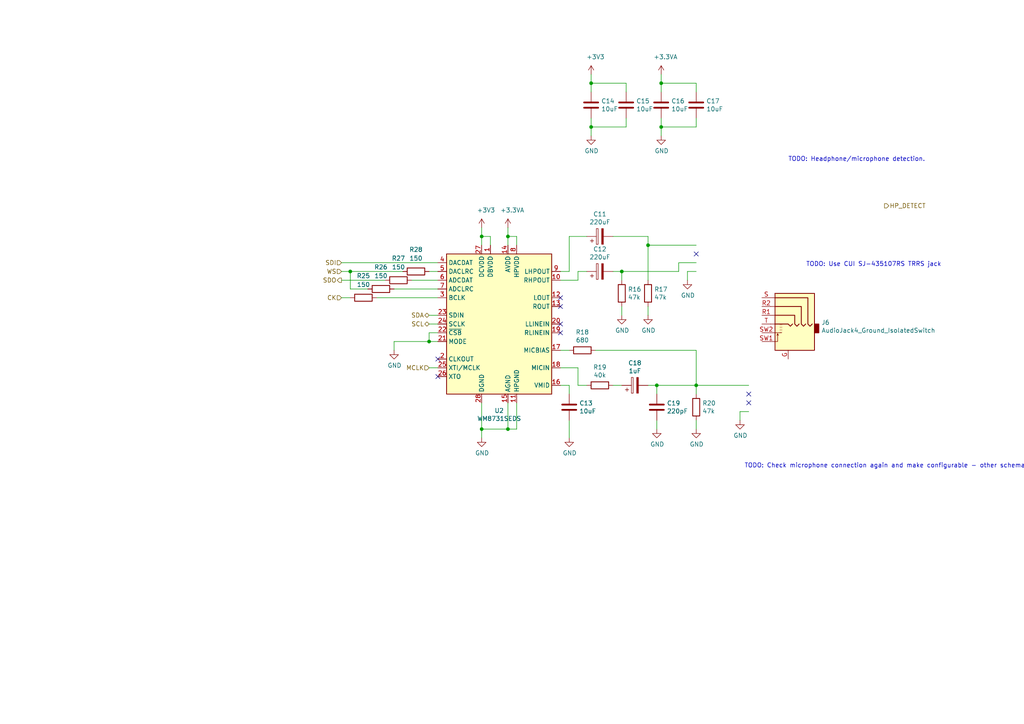
<source format=kicad_sch>
(kicad_sch (version 20201015) (generator eeschema)
  (page 1 7)
  (paper "A4")
  (lib_symbols
    (symbol "Audio:WM8731SEDS"
      (property "Reference" "U" (at -13.97 21.59 0))
      (property "Value" "WM8731SEDS" (at 0 5.08 0))
      (symbol "WM8731SEDS_0_1"
        (rectangle (start -15.24 20.32) (end 15.24 -20.32) (stroke (width 0.254)) (fill (type background)))
      )
      (symbol "WM8731SEDS_1_1"
        (pin power_in line (at -2.54 22.86 270) (length 2.54) (name "DBVDD") (number "1"))
        (pin output line (at 17.78 12.7 180) (length 2.54) (name "RHPOUT") (number "10"))
        (pin power_in line (at 5.08 -22.86 90) (length 2.54) (name "HPGND") (number "11"))
        (pin output line (at 17.78 7.62 180) (length 2.54) (name "LOUT") (number "12"))
        (pin output line (at 17.78 5.08 180) (length 2.54) (name "ROUT") (number "13"))
        (pin power_in line (at 2.54 22.86 270) (length 2.54) (name "AVDD") (number "14"))
        (pin power_in line (at 2.54 -22.86 90) (length 2.54) (name "AGND") (number "15"))
        (pin passive line (at 17.78 -17.78 180) (length 2.54) (name "VMID") (number "16"))
        (pin output line (at 17.78 -7.62 180) (length 2.54) (name "MICBIAS") (number "17"))
        (pin input line (at 17.78 -12.7 180) (length 2.54) (name "MICIN") (number "18"))
        (pin input line (at 17.78 -2.54 180) (length 2.54) (name "RLINEIN") (number "19"))
        (pin output line (at -17.78 -10.16 0) (length 2.54) (name "CLKOUT") (number "2"))
        (pin input line (at 17.78 0 180) (length 2.54) (name "LLINEIN") (number "20"))
        (pin input line (at -17.78 -5.08 0) (length 2.54) (name "MODE") (number "21"))
        (pin input line (at -17.78 -2.54 0) (length 2.54) (name "~CSB") (number "22"))
        (pin bidirectional line (at -17.78 2.54 0) (length 2.54) (name "SDIN") (number "23"))
        (pin input line (at -17.78 0 0) (length 2.54) (name "SCLK") (number "24"))
        (pin input line (at -17.78 -12.7 0) (length 2.54) (name "XTI/MCLK") (number "25"))
        (pin output line (at -17.78 -15.24 0) (length 2.54) (name "XTO") (number "26"))
        (pin power_in line (at -5.08 22.86 270) (length 2.54) (name "DCVDD") (number "27"))
        (pin power_in line (at -5.08 -22.86 90) (length 2.54) (name "DGND") (number "28"))
        (pin bidirectional line (at -17.78 7.62 0) (length 2.54) (name "BCLK") (number "3"))
        (pin input line (at -17.78 17.78 0) (length 2.54) (name "DACDAT") (number "4"))
        (pin bidirectional line (at -17.78 15.24 0) (length 2.54) (name "DACLRC") (number "5"))
        (pin output line (at -17.78 12.7 0) (length 2.54) (name "ADCDAT") (number "6"))
        (pin bidirectional line (at -17.78 10.16 0) (length 2.54) (name "ADCLRC") (number "7"))
        (pin power_in line (at 5.08 22.86 270) (length 2.54) (name "HPVDD") (number "8"))
        (pin output line (at 17.78 15.24 180) (length 2.54) (name "LHPOUT") (number "9"))
      )
    )
    (symbol "Device:C" (pin_numbers hide) (pin_names (offset 0.254))
      (property "Reference" "C" (at 0.635 2.54 0))
      (property "Value" "C" (at 0.635 -2.54 0))
      (symbol "C_0_1"
        (polyline (pts (xy -2.032 -0.762) (xy 2.032 -0.762)) (stroke (width 0.508)))
        (polyline (pts (xy -2.032 0.762) (xy 2.032 0.762)) (stroke (width 0.508)))
      )
      (symbol "C_1_1"
        (pin passive line (at 0 3.81 270) (length 2.794) (name "~") (number "1"))
        (pin passive line (at 0 -3.81 90) (length 2.794) (name "~") (number "2"))
      )
    )
    (symbol "Device:C_Polarized" (pin_numbers hide) (pin_names (offset 0.254))
      (property "Reference" "C" (at 0.635 2.54 0))
      (property "Value" "C_Polarized" (at 0.635 -2.54 0))
      (symbol "C_Polarized_0_1"
        (rectangle (start -2.286 0.508) (end 2.286 1.016))
        (rectangle (start 2.286 -0.508) (end -2.286 -1.016) (fill (type outline)))
        (polyline (pts (xy -1.778 2.286) (xy -0.762 2.286)))
        (polyline (pts (xy -1.27 2.794) (xy -1.27 1.778)))
      )
      (symbol "C_Polarized_1_1"
        (pin passive line (at 0 3.81 270) (length 2.794) (name "~") (number "1"))
        (pin passive line (at 0 -3.81 90) (length 2.794) (name "~") (number "2"))
      )
    )
    (symbol "Device:R" (pin_numbers hide) (pin_names (offset 0))
      (property "Reference" "R" (at 2.032 0 90))
      (property "Value" "R" (at 0 0 90))
      (symbol "R_0_1"
        (rectangle (start -1.016 -2.54) (end 1.016 2.54) (stroke (width 0.254)))
      )
      (symbol "R_1_1"
        (pin passive line (at 0 3.81 270) (length 1.27) (name "~") (number "1"))
        (pin passive line (at 0 -3.81 90) (length 1.27) (name "~") (number "2"))
      )
    )
    (symbol "HackAmp-Symbols:AudioJack4_Ground_IsolatedSwitch"
      (property "Reference" "J" (at 0 11.43 0))
      (property "Value" "AudioJack4_Ground_IsolatedSwitch" (at 0 8.89 0))
      (symbol "AudioJack4_Ground_IsolatedSwitch_0_1"
        (rectangle (start -7.62 -2.54) (end -8.89 -5.08) (stroke (width 0.254)) (fill (type outline)))
        (rectangle (start -7.62 6.35) (end 3.81 -10.16) (stroke (width 0.254)) (fill (type background)))
        (polyline (pts (xy 3.81 2.54) (xy 5.08 2.54)))
        (polyline (pts (xy 5.08 -2.54) (xy 3.81 -2.54)))
        (polyline (pts (xy 5.08 0) (xy 3.81 0)))
        (polyline (pts (xy 5.08 5.08) (xy 3.81 5.08)))
        (polyline (pts (xy 5.08 -5.08) (xy 1.905 -5.08)))
        (polyline (pts (xy 1.905 -5.08) (xy 1.905 -4.826)) (stroke (width 0.001)))
        (polyline (pts (xy 1.905 -2.921) (xy 1.905 -2.54)) (stroke (width 0.001)))
        (polyline (pts (xy 1.905 -4.445) (xy 1.905 -4.064)) (stroke (width 0.001)))
        (polyline (pts (xy 1.905 -3.683) (xy 1.905 -3.302)) (stroke (width 0.001)))
        (polyline (pts (xy 2.286 -2.921) (xy 2.286 -2.54)) (stroke (width 0.001)))
        (polyline (pts (xy 2.286 -5.08) (xy 2.286 -4.826)) (stroke (width 0.001)))
        (polyline (pts (xy 2.286 -4.445) (xy 2.286 -4.064)) (stroke (width 0.001)))
        (polyline (pts (xy 2.286 -3.683) (xy 2.286 -3.302)) (stroke (width 0.001)))
      )
      (symbol "AudioJack4_Ground_IsolatedSwitch_1_1"
        (polyline (pts (xy 3.048 -5.334) (xy 3.302 -5.842)))
        (polyline (pts (xy -1.27 -2.54) (xy -0.635 -3.175) (xy 0 -2.54) (xy 3.81 -2.54)) (stroke (width 0.254)))
        (polyline (pts (xy 5.08 -7.62) (xy 3.048 -7.62) (xy 3.048 -5.334) (xy 2.794 -5.842)))
        (polyline (pts (xy -3.175 -2.54) (xy -2.54 -3.175) (xy -1.905 -2.54) (xy -1.905 0) (xy 3.81 0)) (stroke (width 0.254)))
        (polyline (pts (xy 3.81 2.54) (xy -3.81 2.54) (xy -3.81 -2.54) (xy -4.445 -3.175) (xy -5.08 -2.54)) (stroke (width 0.254)))
        (polyline (pts (xy 3.81 5.08) (xy -5.715 5.08) (xy -5.715 -2.54) (xy -6.35 -3.175) (xy -6.985 -2.54)) (stroke (width 0.254)))
        (pin passive line (at 0 -12.7 90) (length 2.54) (name "~") (number "G"))
        (pin passive line (at 7.62 0 180) (length 2.54) (name "~") (number "R1"))
        (pin passive line (at 7.62 2.54 180) (length 2.54) (name "~") (number "R2"))
        (pin passive line (at 7.62 5.08 180) (length 2.54) (name "~") (number "S"))
        (pin passive line (at 7.62 -2.54 180) (length 2.54) (name "~") (number "T"))
        (pin passive line (at 7.62 -7.62 180) (length 2.54) (name "~") (number "SW1"))
        (pin passive line (at 7.62 -5.08 180) (length 2.54) (name "~") (number "SW2"))
      )
    )
    (symbol "power:+3.3VA" (power) (pin_names (offset 0))
      (property "Value" "+3.3VA" (at 0 3.556 0))
      (symbol "+3.3VA_0_1"
        (polyline (pts (xy -0.762 1.27) (xy 0 2.54)))
        (polyline (pts (xy 0 0) (xy 0 2.54)))
        (polyline (pts (xy 0 2.54) (xy 0.762 1.27)))
      )
      (symbol "+3.3VA_1_1"
        (pin power_in line (at 0 0 90) (length 0) hide (name "+3.3VA") (number "1"))
      )
    )
    (symbol "power:+3V3" (power) (pin_names (offset 0))
      (property "Value" "+3V3" (at 0 3.556 0))
      (symbol "+3V3_0_1"
        (polyline (pts (xy -0.762 1.27) (xy 0 2.54)))
        (polyline (pts (xy 0 0) (xy 0 2.54)))
        (polyline (pts (xy 0 2.54) (xy 0.762 1.27)))
      )
      (symbol "+3V3_1_1"
        (pin power_in line (at 0 0 90) (length 0) hide (name "+3V3") (number "1"))
      )
    )
    (symbol "power:GND" (power) (pin_names (offset 0))
      (property "Value" "GND" (at 0 -3.81 0))
      (symbol "GND_0_1"
        (polyline (pts (xy 0 0) (xy 0 -1.27) (xy 1.27 -1.27) (xy 0 -2.54) (xy -1.27 -1.27) (xy 0 -1.27)))
      )
      (symbol "GND_1_1"
        (pin power_in line (at 0 0 270) (length 0) hide (name "GND") (number "1"))
      )
    )
  )
  (junction (at 101.6 78.74) (diameter 0.9144))
  (junction (at 124.46 99.06) (diameter 0.9144))
  (junction (at 139.7 68.58) (diameter 0.9144))
  (junction (at 139.7 124.46) (diameter 0.9144))
  (junction (at 147.32 68.58) (diameter 0.9144))
  (junction (at 147.32 124.46) (diameter 0.9144))
  (junction (at 171.45 24.13) (diameter 0.9144))
  (junction (at 171.45 36.83) (diameter 0.9144))
  (junction (at 180.34 78.74) (diameter 0.9144))
  (junction (at 187.96 71.12) (diameter 0.9144))
  (junction (at 190.5 111.76) (diameter 0.9144))
  (junction (at 191.77 24.13) (diameter 0.9144))
  (junction (at 191.77 36.83) (diameter 0.9144))
  (junction (at 201.93 111.76) (diameter 0.9144))
  (no_connect (at 217.17 116.84))
  (no_connect (at 201.93 73.66))
  (no_connect (at 162.56 93.98))
  (no_connect (at 217.17 114.3))
  (no_connect (at 127 109.22))
  (no_connect (at 127 104.14))
  (no_connect (at 162.56 88.9))
  (no_connect (at 162.56 86.36))
  (no_connect (at 162.56 96.52))
  (wire (pts (xy 99.06 76.2) (xy 127 76.2)))
  (wire (pts (xy 99.06 78.74) (xy 101.6 78.74)))
  (wire (pts (xy 99.06 81.28) (xy 111.76 81.28)))
  (wire (pts (xy 99.06 86.36) (xy 101.6 86.36)))
  (wire (pts (xy 101.6 78.74) (xy 101.6 83.82)))
  (wire (pts (xy 101.6 78.74) (xy 116.84 78.74)))
  (wire (pts (xy 101.6 83.82) (xy 106.68 83.82)))
  (wire (pts (xy 109.22 86.36) (xy 127 86.36)))
  (wire (pts (xy 114.3 83.82) (xy 127 83.82)))
  (wire (pts (xy 114.3 99.06) (xy 124.46 99.06)))
  (wire (pts (xy 114.3 101.6) (xy 114.3 99.06)))
  (wire (pts (xy 119.38 81.28) (xy 127 81.28)))
  (wire (pts (xy 124.46 78.74) (xy 127 78.74)))
  (wire (pts (xy 124.46 91.44) (xy 127 91.44)))
  (wire (pts (xy 124.46 93.98) (xy 127 93.98)))
  (wire (pts (xy 124.46 96.52) (xy 124.46 99.06)))
  (wire (pts (xy 124.46 99.06) (xy 127 99.06)))
  (wire (pts (xy 124.46 106.68) (xy 127 106.68)))
  (wire (pts (xy 127 96.52) (xy 124.46 96.52)))
  (wire (pts (xy 139.7 66.04) (xy 139.7 68.58)))
  (wire (pts (xy 139.7 68.58) (xy 142.24 68.58)))
  (wire (pts (xy 139.7 71.12) (xy 139.7 68.58)))
  (wire (pts (xy 139.7 124.46) (xy 139.7 116.84)))
  (wire (pts (xy 139.7 124.46) (xy 139.7 127)))
  (wire (pts (xy 142.24 71.12) (xy 142.24 68.58)))
  (wire (pts (xy 147.32 66.04) (xy 147.32 68.58)))
  (wire (pts (xy 147.32 68.58) (xy 149.86 68.58)))
  (wire (pts (xy 147.32 71.12) (xy 147.32 68.58)))
  (wire (pts (xy 147.32 116.84) (xy 147.32 124.46)))
  (wire (pts (xy 147.32 124.46) (xy 139.7 124.46)))
  (wire (pts (xy 149.86 68.58) (xy 149.86 71.12)))
  (wire (pts (xy 149.86 116.84) (xy 149.86 124.46)))
  (wire (pts (xy 149.86 124.46) (xy 147.32 124.46)))
  (wire (pts (xy 162.56 78.74) (xy 165.1 78.74)))
  (wire (pts (xy 162.56 81.28) (xy 167.64 81.28)))
  (wire (pts (xy 162.56 101.6) (xy 165.1 101.6)))
  (wire (pts (xy 162.56 106.68) (xy 167.64 106.68)))
  (wire (pts (xy 162.56 111.76) (xy 165.1 111.76)))
  (wire (pts (xy 165.1 68.58) (xy 170.18 68.58)))
  (wire (pts (xy 165.1 78.74) (xy 165.1 68.58)))
  (wire (pts (xy 165.1 114.3) (xy 165.1 111.76)))
  (wire (pts (xy 165.1 121.92) (xy 165.1 127)))
  (wire (pts (xy 167.64 78.74) (xy 170.18 78.74)))
  (wire (pts (xy 167.64 81.28) (xy 167.64 78.74)))
  (wire (pts (xy 167.64 106.68) (xy 167.64 111.76)))
  (wire (pts (xy 167.64 111.76) (xy 170.18 111.76)))
  (wire (pts (xy 171.45 21.59) (xy 171.45 24.13)))
  (wire (pts (xy 171.45 24.13) (xy 181.61 24.13)))
  (wire (pts (xy 171.45 26.67) (xy 171.45 24.13)))
  (wire (pts (xy 171.45 34.29) (xy 171.45 36.83)))
  (wire (pts (xy 171.45 36.83) (xy 171.45 39.37)))
  (wire (pts (xy 171.45 36.83) (xy 181.61 36.83)))
  (wire (pts (xy 177.8 68.58) (xy 187.96 68.58)))
  (wire (pts (xy 177.8 78.74) (xy 180.34 78.74)))
  (wire (pts (xy 177.8 111.76) (xy 180.34 111.76)))
  (wire (pts (xy 180.34 78.74) (xy 180.34 81.28)))
  (wire (pts (xy 180.34 88.9) (xy 180.34 91.44)))
  (wire (pts (xy 181.61 26.67) (xy 181.61 24.13)))
  (wire (pts (xy 181.61 34.29) (xy 181.61 36.83)))
  (wire (pts (xy 187.96 68.58) (xy 187.96 71.12)))
  (wire (pts (xy 187.96 71.12) (xy 187.96 81.28)))
  (wire (pts (xy 187.96 91.44) (xy 187.96 88.9)))
  (wire (pts (xy 187.96 111.76) (xy 190.5 111.76)))
  (wire (pts (xy 190.5 111.76) (xy 190.5 114.3)))
  (wire (pts (xy 190.5 121.92) (xy 190.5 124.46)))
  (wire (pts (xy 191.77 21.59) (xy 191.77 24.13)))
  (wire (pts (xy 191.77 24.13) (xy 201.93 24.13)))
  (wire (pts (xy 191.77 26.67) (xy 191.77 24.13)))
  (wire (pts (xy 191.77 36.83) (xy 191.77 34.29)))
  (wire (pts (xy 191.77 36.83) (xy 191.77 39.37)))
  (wire (pts (xy 191.77 36.83) (xy 201.93 36.83)))
  (wire (pts (xy 196.85 76.2) (xy 196.85 78.74)))
  (wire (pts (xy 196.85 78.74) (xy 180.34 78.74)))
  (wire (pts (xy 199.39 78.74) (xy 199.39 81.28)))
  (wire (pts (xy 201.93 24.13) (xy 201.93 26.67)))
  (wire (pts (xy 201.93 36.83) (xy 201.93 34.29)))
  (wire (pts (xy 201.93 71.12) (xy 187.96 71.12)))
  (wire (pts (xy 201.93 76.2) (xy 196.85 76.2)))
  (wire (pts (xy 201.93 78.74) (xy 199.39 78.74)))
  (wire (pts (xy 201.93 101.6) (xy 172.72 101.6)))
  (wire (pts (xy 201.93 111.76) (xy 190.5 111.76)))
  (wire (pts (xy 201.93 111.76) (xy 201.93 101.6)))
  (wire (pts (xy 201.93 114.3) (xy 201.93 111.76)))
  (wire (pts (xy 201.93 124.46) (xy 201.93 121.92)))
  (wire (pts (xy 214.63 119.38) (xy 214.63 121.92)))
  (wire (pts (xy 217.17 111.76) (xy 201.93 111.76)))
  (wire (pts (xy 217.17 119.38) (xy 214.63 119.38)))
  (text "TODO: Check microphone connection again and make configurable - other schematics connect only the ring!" (at 215.9 135.89 0) (effects (font (size 1.27 1.27)) (justify left bottom)))
  (text "TODO: Headphone/microphone detection." (at 228.6 46.99 0) (effects (font (size 1.27 1.27)) (justify left bottom)))
  (text "TODO: Use CUI SJ-435107RS TRRS jack" (at 273.05 77.47 180) (effects (font (size 1.27 1.27)) (justify right bottom)))
  (hierarchical_label "SDI" (shape input) (at 99.06 76.2 180))
  (hierarchical_label "WS" (shape input) (at 99.06 78.74 180))
  (hierarchical_label "SDO" (shape output) (at 99.06 81.28 180))
  (hierarchical_label "CK" (shape input) (at 99.06 86.36 180))
  (hierarchical_label "SDA" (shape bidirectional) (at 124.46 91.44 180))
  (hierarchical_label "SCL" (shape bidirectional) (at 124.46 93.98 180))
  (hierarchical_label "MCLK" (shape input) (at 124.46 106.68 180))
  (hierarchical_label "HP_DETECT" (shape output) (at 256.54 59.69 0))
  (symbol (lib_id "power:+3V3") (at 139.7 66.04 0) (unit 1)
    (property "Reference" "#PWR0154" (effects hide))
    (property "Value" "+3V3" (at 140.97 60.96 0))
  )
  (symbol (lib_id "power:+3.3VA") (at 147.32 66.04 0) (unit 1)
    (property "Reference" "#PWR0155" (effects hide))
    (property "Value" "+3.3VA" (at 148.59 60.96 0))
  )
  (symbol (lib_id "power:+3V3") (at 171.45 21.59 0) (unit 1)
    (property "Reference" "#PWR0153" (effects hide))
    (property "Value" "+3V3" (at 172.72 16.51 0))
  )
  (symbol (lib_id "power:+3.3VA") (at 191.77 21.59 0) (unit 1)
    (property "Reference" "#PWR0151" (effects hide))
    (property "Value" "+3.3VA" (at 193.04 16.51 0))
  )
  (symbol (lib_id "power:GND") (at 114.3 101.6 0) (unit 1)
    (property "Reference" "#PWR0156" (effects hide))
    (property "Value" "GND" (at 114.427 105.9942 0))
  )
  (symbol (lib_id "power:GND") (at 139.7 127 0) (unit 1)
    (property "Reference" "#PWR0119" (effects hide))
    (property "Value" "GND" (at 139.827 131.3942 0))
  )
  (symbol (lib_id "power:GND") (at 165.1 127 0) (unit 1)
    (property "Reference" "#PWR0120" (effects hide))
    (property "Value" "GND" (at 165.227 131.3942 0))
  )
  (symbol (lib_id "power:GND") (at 171.45 39.37 0) (unit 1)
    (property "Reference" "#PWR0121" (effects hide))
    (property "Value" "GND" (at 171.577 43.7642 0))
  )
  (symbol (lib_id "power:GND") (at 180.34 91.44 0) (unit 1)
    (property "Reference" "#PWR0122" (effects hide))
    (property "Value" "GND" (at 180.467 95.8342 0))
  )
  (symbol (lib_id "power:GND") (at 187.96 91.44 0) (unit 1)
    (property "Reference" "#PWR0123" (effects hide))
    (property "Value" "GND" (at 188.087 95.8342 0))
  )
  (symbol (lib_id "power:GND") (at 190.5 124.46 0) (unit 1)
    (property "Reference" "#PWR0125" (effects hide))
    (property "Value" "GND" (at 190.627 128.8542 0))
  )
  (symbol (lib_id "power:GND") (at 191.77 39.37 0) (unit 1)
    (property "Reference" "#PWR0152" (effects hide))
    (property "Value" "GND" (at 191.897 43.7642 0))
  )
  (symbol (lib_id "power:GND") (at 199.39 81.28 0) (unit 1)
    (property "Reference" "#PWR0124" (effects hide))
    (property "Value" "GND" (at 199.517 85.6742 0))
  )
  (symbol (lib_id "power:GND") (at 201.93 124.46 0) (unit 1)
    (property "Reference" "#PWR0126" (effects hide))
    (property "Value" "GND" (at 202.057 128.8542 0))
  )
  (symbol (lib_id "power:GND") (at 214.63 121.92 0) (unit 1)
    (property "Reference" "#PWR0127" (effects hide))
    (property "Value" "GND" (at 214.757 126.3142 0))
  )
  (symbol (lib_id "Device:R") (at 105.41 86.36 90) (unit 1)
    (property "Reference" "R25" (at 105.41 80.01 90))
    (property "Value" "150" (at 105.41 82.55 90))
    (property "Footprint" "Resistor_SMD:R_0603_1608Metric" (effects hide))
  )
  (symbol (lib_id "Device:R") (at 110.49 83.82 90) (unit 1)
    (property "Reference" "R26" (at 110.49 77.47 90))
    (property "Value" "150" (at 110.49 80.01 90))
    (property "Footprint" "Resistor_SMD:R_0603_1608Metric" (effects hide))
  )
  (symbol (lib_id "Device:R") (at 115.57 81.28 90) (unit 1)
    (property "Reference" "R27" (at 115.57 74.93 90))
    (property "Value" "150" (at 115.57 77.47 90))
    (property "Footprint" "Resistor_SMD:R_0603_1608Metric" (effects hide))
  )
  (symbol (lib_id "Device:R") (at 120.65 78.74 90) (unit 1)
    (property "Reference" "R28" (at 120.65 72.39 90))
    (property "Value" "150" (at 120.65 74.93 90))
    (property "Footprint" "Resistor_SMD:R_0603_1608Metric" (effects hide))
  )
  (symbol (lib_id "Device:R") (at 168.91 101.6 270) (unit 1)
    (property "Reference" "R18" (at 168.91 96.3422 90))
    (property "Value" "680" (at 168.91 98.6536 90))
    (property "Footprint" "Resistor_SMD:R_0603_1608Metric" (effects hide))
  )
  (symbol (lib_id "Device:R") (at 173.99 111.76 270) (unit 1)
    (property "Reference" "R19" (at 173.99 106.5022 90))
    (property "Value" "40k" (at 173.99 108.8136 90))
    (property "Footprint" "Resistor_SMD:R_0603_1608Metric" (effects hide))
  )
  (symbol (lib_id "Device:R") (at 180.34 85.09 0) (unit 1)
    (property "Reference" "R16" (at 182.118 83.9216 0) (effects (justify left)))
    (property "Value" "47k" (at 182.118 86.233 0) (effects (justify left)))
    (property "Footprint" "Resistor_SMD:R_0603_1608Metric" (effects hide))
  )
  (symbol (lib_id "Device:R") (at 187.96 85.09 0) (unit 1)
    (property "Reference" "R17" (at 189.738 83.9216 0) (effects (justify left)))
    (property "Value" "47k" (at 189.738 86.233 0) (effects (justify left)))
    (property "Footprint" "Resistor_SMD:R_0603_1608Metric" (effects hide))
  )
  (symbol (lib_id "Device:R") (at 201.93 118.11 0) (unit 1)
    (property "Reference" "R20" (at 203.708 116.9416 0) (effects (justify left)))
    (property "Value" "47k" (at 203.708 119.253 0) (effects (justify left)))
    (property "Footprint" "Resistor_SMD:R_0603_1608Metric" (effects hide))
  )
  (symbol (lib_id "Device:C") (at 165.1 118.11 0) (unit 1)
    (property "Reference" "C13" (at 168.021 116.9416 0) (effects (justify left)))
    (property "Value" "10uF" (at 168.021 119.253 0) (effects (justify left)))
    (property "Footprint" "Capacitor_SMD:C_0805_2012Metric" (effects hide))
    (property "Part Name" "Taiyo Yuden LMK212F106ZG-T" (effects hide))
  )
  (symbol (lib_id "Device:C") (at 171.45 30.48 0) (unit 1)
    (property "Reference" "C14" (at 174.371 29.3116 0) (effects (justify left)))
    (property "Value" "10uF" (at 174.371 31.623 0) (effects (justify left)))
    (property "Footprint" "Capacitor_SMD:C_0805_2012Metric" (effects hide))
    (property "Part Name" "Taiyo Yuden LMK212F106ZG-T" (effects hide))
  )
  (symbol (lib_id "Device:C_Polarized") (at 173.99 68.58 90) (unit 1)
    (property "Reference" "C11" (at 173.99 62.103 90))
    (property "Value" "220uF" (at 173.99 64.4144 90))
    (property "Footprint" "Capacitor_SMD:CP_Elec_6.3x7.7" (effects hide))
  )
  (symbol (lib_id "Device:C_Polarized") (at 173.99 78.74 90) (unit 1)
    (property "Reference" "C12" (at 173.99 72.263 90))
    (property "Value" "220uF" (at 173.99 74.5744 90))
    (property "Footprint" "Capacitor_SMD:CP_Elec_6.3x7.7" (effects hide))
  )
  (symbol (lib_id "Device:C") (at 181.61 30.48 0) (unit 1)
    (property "Reference" "C15" (at 184.531 29.3116 0) (effects (justify left)))
    (property "Value" "10uF" (at 184.531 31.623 0) (effects (justify left)))
    (property "Footprint" "Capacitor_SMD:C_0805_2012Metric" (effects hide))
    (property "Part Name" "Taiyo Yuden LMK212F106ZG-T" (effects hide))
  )
  (symbol (lib_id "Device:C_Polarized") (at 184.15 111.76 90) (unit 1)
    (property "Reference" "C18" (at 184.15 105.283 90))
    (property "Value" "1uF" (at 184.15 107.5944 90))
    (property "Footprint" "Capacitor_SMD:CP_Elec_4x5.4" (effects hide))
  )
  (symbol (lib_id "Device:C") (at 190.5 118.11 0) (unit 1)
    (property "Reference" "C19" (at 193.421 116.9416 0) (effects (justify left)))
    (property "Value" "220pF" (at 193.421 119.253 0) (effects (justify left)))
    (property "Footprint" "Capacitor_SMD:C_0603_1608Metric" (effects hide))
    (property "Part Name" "Vishay VJ0603A221JNAAO" (effects hide))
  )
  (symbol (lib_id "Device:C") (at 191.77 30.48 0) (unit 1)
    (property "Reference" "C16" (at 194.691 29.3116 0) (effects (justify left)))
    (property "Value" "10uF" (at 194.691 31.623 0) (effects (justify left)))
    (property "Footprint" "Capacitor_SMD:C_0805_2012Metric" (effects hide))
    (property "Part Name" "Taiyo Yuden LMK212F106ZG-T" (effects hide))
  )
  (symbol (lib_id "Device:C") (at 201.93 30.48 0) (unit 1)
    (property "Reference" "C17" (at 204.851 29.3116 0) (effects (justify left)))
    (property "Value" "10uF" (at 204.851 31.623 0) (effects (justify left)))
    (property "Footprint" "Capacitor_SMD:C_0805_2012Metric" (effects hide))
    (property "Part Name" "Taiyo Yuden LMK212F106ZG-T" (effects hide))
  )
  (symbol (lib_id "HackAmp-Symbols:AudioJack4_Ground_IsolatedSwitch") (at 228.6 91.44 0) (mirror y) (unit 1)
    (property "Reference" "J6" (at 238.2521 93.5418 0) (effects (justify right)))
    (property "Value" "AudioJack4_Ground_IsolatedSwitch" (at 238.2521 95.8405 0) (effects (justify right)))
    (property "Footprint" "HackAmp-Footprints:Jack_3.5mm_CUI_SJ-435107RS_Horizontal" (effects hide))
  )
  (symbol (lib_id "Audio:WM8731SEDS") (at 144.78 93.98 0) (unit 1)
    (property "Reference" "U2" (at 144.78 119.1006 0))
    (property "Value" "WM8731SEDS" (at 144.78 121.412 0))
    (property "Footprint" "Package_SO:SSOP-28_5.3x10.2mm_P0.65mm" (effects hide))
    (property "Datasheet" "https://statics.cirrus.com/pubs/proDatasheet/WM8731_v4.9.pdf" (effects hide))
  )
)
</source>
